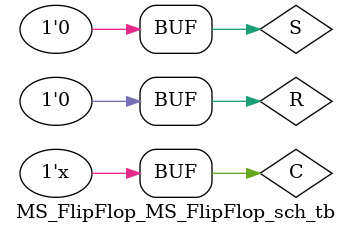
<source format=v>

`timescale 1ns / 1ps

module MS_FlipFlop_MS_FlipFlop_sch_tb();

// Inputs
   reg S;
   reg C;
   reg R;

// Output
   wire Y;
   wire Q;
   wire Qbar;

// Bidirs

// Instantiate the UUT
   MS_FlipFlop UUT (
		.S(S), 
		.C(C), 
		.R(R), 
		.Y(Y), 
		.Q(Q), 
		.Qbar(Qbar)
   );
// Initialize Inputs
	
	always begin
		#50 C = ~C;
	end
	
	initial begin
		C = 0;
		#40 S = 0;
		R = 0;
		#100 S = 1;
		#100 S = 0;
		#100 R = 1;
		#100 R = 0;
		#100 S = 1;	#20 S = 0;
		#5	  R = 1;	#15 R = 0;
		#60  S = 1;	#20 S = 0;
		#140 S = 1; R = 1;
		#100 S = 0; R = 0;
	end
endmodule

</source>
